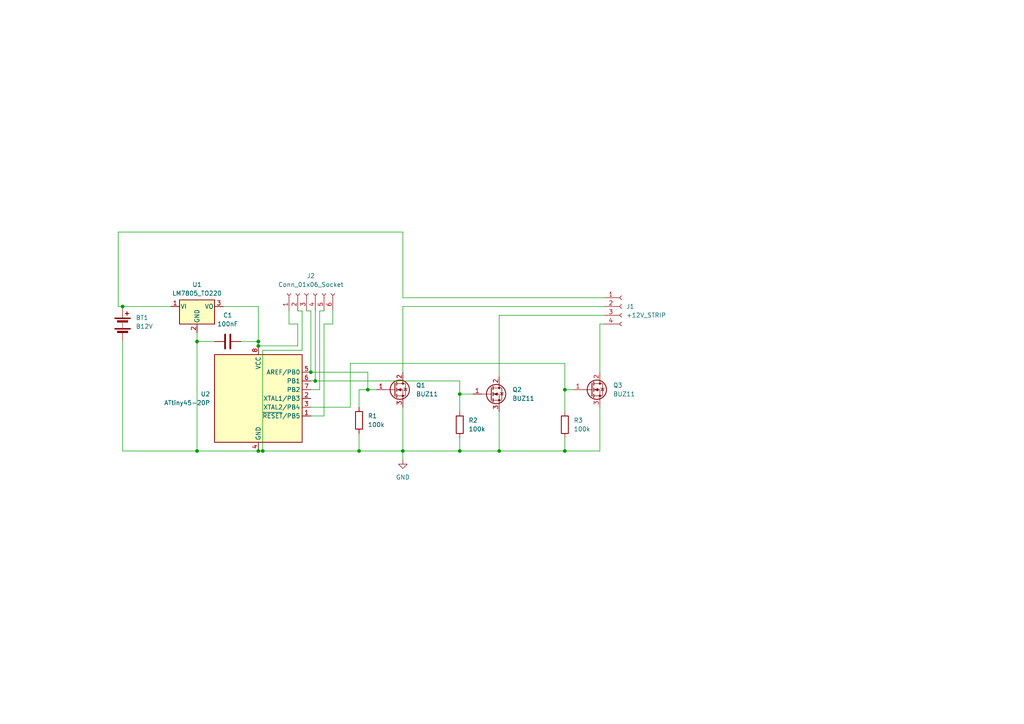
<source format=kicad_sch>
(kicad_sch (version 20230121) (generator eeschema)
  (paper "A4")
  (lib_symbols
    (symbol "Connector:Conn_01x04_Socket" (pin_names (offset 1.016) hide)
      (property "Reference" "J" (at 0 5.08 0))
      (property "Value" "Conn_01x04_Socket" (at 0 -7.62 0))
      (symbol "Conn_01x04_Socket_1_1"
        (arc (start 0 -4.572) (mid -0.5058 -5.08) (end 0 -5.588) (stroke (width 0.1524)))
        (arc (start 0 -2.032) (mid -0.5058 -2.54) (end 0 -3.048) (stroke (width 0.1524)))
        (polyline (pts (xy -1.27 -5.08) (xy -0.508 -5.08)) (stroke (width 0.1524)))
        (polyline (pts (xy -1.27 -2.54) (xy -0.508 -2.54)) (stroke (width 0.1524)))
        (polyline (pts (xy -1.27 0) (xy -0.508 0)) (stroke (width 0.1524)))
        (polyline (pts (xy -1.27 2.54) (xy -0.508 2.54)) (stroke (width 0.1524)))
        (arc (start 0 0.508) (mid -0.5058 0) (end 0 -0.508) (stroke (width 0.1524)))
        (arc (start 0 3.048) (mid -0.5058 2.54) (end 0 2.032) (stroke (width 0.1524)))
        (pin passive line (at -5.08 2.54 0) (length 3.81) (name "Pin_1") (number "1"))
        (pin passive line (at -5.08 0 0) (length 3.81) (name "Pin_2") (number "2"))
        (pin passive line (at -5.08 -2.54 0) (length 3.81) (name "Pin_3") (number "3"))
        (pin passive line (at -5.08 -5.08 0) (length 3.81) (name "Pin_4") (number "4"))
      )
    )
    (symbol "Connector:Conn_01x06_Socket" (pin_names (offset 1.016) hide)
      (property "Reference" "J" (at 0 7.62 0))
      (property "Value" "Conn_01x06_Socket" (at 0 -10.16 0))
      (symbol "Conn_01x06_Socket_1_1"
        (arc (start 0 -7.112) (mid -0.5058 -7.62) (end 0 -8.128) (stroke (width 0.1524)))
        (arc (start 0 -4.572) (mid -0.5058 -5.08) (end 0 -5.588) (stroke (width 0.1524)))
        (arc (start 0 -2.032) (mid -0.5058 -2.54) (end 0 -3.048) (stroke (width 0.1524)))
        (polyline (pts (xy -1.27 -7.62) (xy -0.508 -7.62)) (stroke (width 0.1524)))
        (polyline (pts (xy -1.27 -5.08) (xy -0.508 -5.08)) (stroke (width 0.1524)))
        (polyline (pts (xy -1.27 -2.54) (xy -0.508 -2.54)) (stroke (width 0.1524)))
        (polyline (pts (xy -1.27 0) (xy -0.508 0)) (stroke (width 0.1524)))
        (polyline (pts (xy -1.27 2.54) (xy -0.508 2.54)) (stroke (width 0.1524)))
        (polyline (pts (xy -1.27 5.08) (xy -0.508 5.08)) (stroke (width 0.1524)))
        (arc (start 0 0.508) (mid -0.5058 0) (end 0 -0.508) (stroke (width 0.1524)))
        (arc (start 0 3.048) (mid -0.5058 2.54) (end 0 2.032) (stroke (width 0.1524)))
        (arc (start 0 5.588) (mid -0.5058 5.08) (end 0 4.572) (stroke (width 0.1524)))
        (pin passive line (at -5.08 5.08 0) (length 3.81) (name "Pin_1") (number "1"))
        (pin passive line (at -5.08 2.54 0) (length 3.81) (name "Pin_2") (number "2"))
        (pin passive line (at -5.08 0 0) (length 3.81) (name "Pin_3") (number "3"))
        (pin passive line (at -5.08 -2.54 0) (length 3.81) (name "Pin_4") (number "4"))
        (pin passive line (at -5.08 -5.08 0) (length 3.81) (name "Pin_5") (number "5"))
        (pin passive line (at -5.08 -7.62 0) (length 3.81) (name "Pin_6") (number "6"))
      )
    )
    (symbol "Device:Battery" (pin_numbers hide) (pin_names (offset 0) hide)
      (property "Reference" "BT" (at 2.54 2.54 0))
      (property "Value" "Battery" (at 2.54 0 0))
      (symbol "Battery_0_1"
        (rectangle (start -2.286 -1.27) (end 2.286 -1.524) (fill (type outline)))
        (rectangle (start -2.286 1.778) (end 2.286 1.524) (fill (type outline)))
        (rectangle (start -1.524 -2.032) (end 1.524 -2.54) (fill (type outline)))
        (rectangle (start -1.524 1.016) (end 1.524 0.508) (fill (type outline)))
        (polyline (pts (xy 0 -1.016) (xy 0 -0.762)))
        (polyline (pts (xy 0 -0.508) (xy 0 -0.254)))
        (polyline (pts (xy 0 0) (xy 0 0.254)))
        (polyline (pts (xy 0 1.778) (xy 0 2.54)))
        (polyline (pts (xy 0.762 3.048) (xy 1.778 3.048)) (stroke (width 0.254)))
        (polyline (pts (xy 1.27 3.556) (xy 1.27 2.54)) (stroke (width 0.254)))
      )
      (symbol "Battery_1_1"
        (pin passive line (at 0 5.08 270) (length 2.54) (name "+") (number "1"))
        (pin passive line (at 0 -5.08 90) (length 2.54) (name "-") (number "2"))
      )
    )
    (symbol "Device:C" (pin_numbers hide) (pin_names (offset 0.254))
      (property "Reference" "C" (at 0.635 2.54 0))
      (property "Value" "C" (at 0.635 -2.54 0))
      (symbol "C_0_1"
        (polyline (pts (xy -2.032 -0.762) (xy 2.032 -0.762)) (stroke (width 0.508)))
        (polyline (pts (xy -2.032 0.762) (xy 2.032 0.762)) (stroke (width 0.508)))
      )
      (symbol "C_1_1"
        (pin passive line (at 0 3.81 270) (length 2.794) (name "~") (number "1"))
        (pin passive line (at 0 -3.81 90) (length 2.794) (name "~") (number "2"))
      )
    )
    (symbol "Device:R" (pin_numbers hide) (pin_names (offset 0))
      (property "Reference" "R" (at 2.032 0 90))
      (property "Value" "R" (at 0 0 90))
      (symbol "R_0_1"
        (rectangle (start -1.016 -2.54) (end 1.016 2.54) (stroke (width 0.254)))
      )
      (symbol "R_1_1"
        (pin passive line (at 0 3.81 270) (length 1.27) (name "~") (number "1"))
        (pin passive line (at 0 -3.81 90) (length 1.27) (name "~") (number "2"))
      )
    )
    (symbol "MCU_Microchip_ATtiny:ATtiny45-20P"
      (property "Reference" "U" (at -12.7 13.97 0))
      (property "Value" "ATtiny45-20P" (at 2.54 -13.97 0))
      (symbol "ATtiny45-20P_0_1"
        (rectangle (start -12.7 -12.7) (end 12.7 12.7) (stroke (width 0.254)) (fill (type background)))
      )
      (symbol "ATtiny45-20P_1_1"
        (pin bidirectional line (at 15.24 -5.08 180) (length 2.54) (name "~{RESET}/PB5") (number "1"))
        (pin bidirectional line (at 15.24 0 180) (length 2.54) (name "XTAL1/PB3") (number "2"))
        (pin bidirectional line (at 15.24 -2.54 180) (length 2.54) (name "XTAL2/PB4") (number "3"))
        (pin power_in line (at 0 -15.24 90) (length 2.54) (name "GND") (number "4"))
        (pin bidirectional line (at 15.24 7.62 180) (length 2.54) (name "AREF/PB0") (number "5"))
        (pin bidirectional line (at 15.24 5.08 180) (length 2.54) (name "PB1") (number "6"))
        (pin bidirectional line (at 15.24 2.54 180) (length 2.54) (name "PB2") (number "7"))
        (pin power_in line (at 0 15.24 270) (length 2.54) (name "VCC") (number "8"))
      )
    )
    (symbol "Regulator_Linear:LM7805_TO220" (pin_names (offset 0.254))
      (property "Reference" "U" (at -3.81 3.175 0))
      (property "Value" "LM7805_TO220" (at 0 3.175 0))
      (symbol "LM7805_TO220_0_1"
        (rectangle (start -5.08 1.905) (end 5.08 -5.08) (stroke (width 0.254)) (fill (type background)))
      )
      (symbol "LM7805_TO220_1_1"
        (pin power_in line (at -7.62 0 0) (length 2.54) (name "VI") (number "1"))
        (pin power_in line (at 0 -7.62 90) (length 2.54) (name "GND") (number "2"))
        (pin power_out line (at 7.62 0 180) (length 2.54) (name "VO") (number "3"))
      )
    )
    (symbol "Transistor_FET:BUZ11" (pin_names hide)
      (property "Reference" "Q" (at 6.35 1.905 0))
      (property "Value" "BUZ11" (at 6.35 0 0))
      (symbol "BUZ11_0_1"
        (polyline (pts (xy 0.254 0) (xy -2.54 0)))
        (polyline (pts (xy 0.254 1.905) (xy 0.254 -1.905)) (stroke (width 0.254)))
        (polyline (pts (xy 0.762 -1.27) (xy 0.762 -2.286)) (stroke (width 0.254)))
        (polyline (pts (xy 0.762 0.508) (xy 0.762 -0.508)) (stroke (width 0.254)))
        (polyline (pts (xy 0.762 2.286) (xy 0.762 1.27)) (stroke (width 0.254)))
        (polyline (pts (xy 2.54 2.54) (xy 2.54 1.778)))
        (polyline (pts (xy 2.54 -2.54) (xy 2.54 0) (xy 0.762 0)))
        (polyline (pts (xy 0.762 -1.778) (xy 3.302 -1.778) (xy 3.302 1.778) (xy 0.762 1.778)))
        (polyline (pts (xy 1.016 0) (xy 2.032 0.381) (xy 2.032 -0.381) (xy 1.016 0)) (fill (type outline)))
        (polyline (pts (xy 2.794 0.508) (xy 2.921 0.381) (xy 3.683 0.381) (xy 3.81 0.254)))
        (polyline (pts (xy 3.302 0.381) (xy 2.921 -0.254) (xy 3.683 -0.254) (xy 3.302 0.381)))
        (circle (center 1.651 0) (radius 2.794) (stroke (width 0.254)))
        (circle (center 2.54 -1.778) (radius 0.254) (fill (type outline)))
        (circle (center 2.54 1.778) (radius 0.254) (fill (type outline)))
      )
      (symbol "BUZ11_1_1"
        (pin input line (at -5.08 0 0) (length 2.54) (name "G") (number "1"))
        (pin passive line (at 2.54 5.08 270) (length 2.54) (name "D") (number "2"))
        (pin passive line (at 2.54 -5.08 90) (length 2.54) (name "S") (number "3"))
      )
    )
    (symbol "power:GND" (power) (pin_names (offset 0))
      (property "Value" "GND" (at 0 -3.81 0))
      (symbol "GND_0_1"
        (polyline (pts (xy 0 0) (xy 0 -1.27) (xy 1.27 -1.27) (xy 0 -2.54) (xy -1.27 -1.27) (xy 0 -1.27)))
      )
      (symbol "GND_1_1"
        (pin power_in line (at 0 0 270) (length 0) hide (name "GND") (number "1"))
      )
    )
  )
  (junction (at 144.78 130.81))
  (junction (at 57.15 99.06))
  (junction (at 35.56 88.9))
  (junction (at 90.17 107.95))
  (junction (at 116.84 130.81))
  (junction (at 133.35 114.3))
  (junction (at 133.35 130.81))
  (junction (at 163.83 113.03))
  (junction (at 74.93 130.81))
  (junction (at 74.93 99.06))
  (junction (at 74.93 100.33))
  (junction (at 104.14 130.81))
  (junction (at 91.44 110.49))
  (junction (at 163.83 130.81))
  (junction (at 106.68 113.03))
  (junction (at 76.2 130.81))
  (junction (at 57.15 130.81))
  (wire (pts (xy 86.36 93.98) (xy 86.36 100.33)))
  (wire (pts (xy 173.99 93.98) (xy 173.99 107.95)))
  (wire (pts (xy 116.84 67.31) (xy 34.29 67.31)))
  (wire (pts (xy 116.84 130.81) (xy 116.84 118.11)))
  (wire (pts (xy 104.14 125.73) (xy 104.14 130.81)))
  (wire (pts (xy 90.17 110.49) (xy 91.44 110.49)))
  (wire (pts (xy 34.29 67.31) (xy 34.29 88.9)))
  (wire (pts (xy 163.83 105.41) (xy 163.83 113.03)))
  (wire (pts (xy 133.35 114.3) (xy 137.16 114.3)))
  (wire (pts (xy 133.35 110.49) (xy 133.35 114.3)))
  (wire (pts (xy 90.17 113.03) (xy 92.71 113.03)))
  (wire (pts (xy 64.77 88.9) (xy 74.93 88.9)))
  (wire (pts (xy 86.36 93.98) (xy 83.82 93.98)))
  (wire (pts (xy 87.63 90.17) (xy 87.63 101.6)))
  (wire (pts (xy 133.35 130.81) (xy 144.78 130.81)))
  (wire (pts (xy 92.71 90.17) (xy 92.71 113.03)))
  (wire (pts (xy 163.83 127) (xy 163.83 130.81)))
  (wire (pts (xy 35.56 130.81) (xy 57.15 130.81)))
  (wire (pts (xy 106.68 113.03) (xy 109.22 113.03)))
  (wire (pts (xy 104.14 130.81) (xy 116.84 130.81)))
  (wire (pts (xy 116.84 130.81) (xy 116.84 133.35)))
  (wire (pts (xy 144.78 130.81) (xy 144.78 119.38)))
  (wire (pts (xy 90.17 90.17) (xy 90.17 107.95)))
  (wire (pts (xy 133.35 127) (xy 133.35 130.81)))
  (wire (pts (xy 87.63 90.17) (xy 86.36 90.17)))
  (wire (pts (xy 74.93 99.06) (xy 74.93 100.33)))
  (wire (pts (xy 57.15 130.81) (xy 74.93 130.81)))
  (wire (pts (xy 74.93 88.9) (xy 74.93 99.06)))
  (wire (pts (xy 90.17 107.95) (xy 106.68 107.95)))
  (wire (pts (xy 144.78 130.81) (xy 163.83 130.81)))
  (wire (pts (xy 104.14 113.03) (xy 106.68 113.03)))
  (wire (pts (xy 91.44 90.17) (xy 91.44 110.49)))
  (wire (pts (xy 116.84 88.9) (xy 116.84 107.95)))
  (wire (pts (xy 101.6 105.41) (xy 101.6 118.11)))
  (wire (pts (xy 76.2 101.6) (xy 87.63 101.6)))
  (wire (pts (xy 96.52 93.98) (xy 96.52 90.17)))
  (wire (pts (xy 173.99 130.81) (xy 173.99 118.11)))
  (wire (pts (xy 83.82 93.98) (xy 83.82 90.17)))
  (wire (pts (xy 93.98 93.98) (xy 93.98 120.65)))
  (wire (pts (xy 106.68 113.03) (xy 106.68 107.95)))
  (wire (pts (xy 116.84 86.36) (xy 116.84 67.31)))
  (wire (pts (xy 101.6 105.41) (xy 163.83 105.41)))
  (wire (pts (xy 163.83 130.81) (xy 173.99 130.81)))
  (wire (pts (xy 74.93 130.81) (xy 76.2 130.81)))
  (wire (pts (xy 91.44 110.49) (xy 133.35 110.49)))
  (wire (pts (xy 57.15 96.52) (xy 57.15 99.06)))
  (wire (pts (xy 35.56 88.9) (xy 49.53 88.9)))
  (wire (pts (xy 116.84 130.81) (xy 133.35 130.81)))
  (wire (pts (xy 90.17 90.17) (xy 88.9 90.17)))
  (wire (pts (xy 175.26 93.98) (xy 173.99 93.98)))
  (wire (pts (xy 163.83 113.03) (xy 166.37 113.03)))
  (wire (pts (xy 175.26 88.9) (xy 116.84 88.9)))
  (wire (pts (xy 175.26 91.44) (xy 144.78 91.44)))
  (wire (pts (xy 144.78 91.44) (xy 144.78 109.22)))
  (wire (pts (xy 163.83 113.03) (xy 163.83 119.38)))
  (wire (pts (xy 74.93 100.33) (xy 86.36 100.33)))
  (wire (pts (xy 76.2 130.81) (xy 76.2 101.6)))
  (wire (pts (xy 90.17 118.11) (xy 101.6 118.11)))
  (wire (pts (xy 90.17 120.65) (xy 93.98 120.65)))
  (wire (pts (xy 133.35 114.3) (xy 133.35 119.38)))
  (wire (pts (xy 34.29 88.9) (xy 35.56 88.9)))
  (wire (pts (xy 57.15 99.06) (xy 57.15 130.81)))
  (wire (pts (xy 104.14 113.03) (xy 104.14 118.11)))
  (wire (pts (xy 93.98 93.98) (xy 96.52 93.98)))
  (wire (pts (xy 92.71 90.17) (xy 93.98 90.17)))
  (wire (pts (xy 69.85 99.06) (xy 74.93 99.06)))
  (wire (pts (xy 76.2 130.81) (xy 104.14 130.81)))
  (wire (pts (xy 175.26 86.36) (xy 116.84 86.36)))
  (wire (pts (xy 57.15 99.06) (xy 62.23 99.06)))
  (wire (pts (xy 35.56 99.06) (xy 35.56 130.81)))
  (symbol (lib_id "Regulator_Linear:LM7805_TO220") (at 57.15 88.9 0) (unit 1)
    (property "Reference" "U1" (at 57.15 82.55 0))
    (property "Value" "LM7805_TO220" (at 57.15 85.09 0))
    (property "Footprint" "Package_TO_SOT_THT:TO-220-3_Vertical" (effects hide))
    (property "Datasheet" "https://www.onsemi.cn/PowerSolutions/document/MC7800-D.PDF" (effects hide))
  )
  (symbol (lib_id "Transistor_FET:BUZ11") (at 114.3 113.03 0) (unit 1)
    (property "Reference" "Q1" (at 120.65 111.76 0) (effects (justify left)))
    (property "Value" "BUZ11" (at 120.65 114.3 0) (effects (justify left)))
    (property "Footprint" "Package_TO_SOT_THT:TO-220-3_Vertical" (effects hide))
    (property "Datasheet" "https://media.digikey.com/pdf/Data%20Sheets/Fairchild%20PDFs/BUZ11.pdf" (effects hide))
  )
  (symbol (lib_id "Device:R") (at 133.35 123.19 0) (unit 1)
    (property "Reference" "R2" (at 135.89 121.92 0) (effects (justify left)))
    (property "Value" "100k" (at 135.89 124.46 0) (effects (justify left)))
    (property "Footprint" "Resistor_THT:R_Axial_DIN0204_L3.6mm_D1.6mm_P7.62mm_Horizontal" (effects hide))
  )
  (symbol (lib_id "Device:R") (at 163.83 123.19 0) (unit 1)
    (property "Reference" "R3" (at 166.37 121.92 0) (effects (justify left)))
    (property "Value" "100k" (at 166.37 124.46 0) (effects (justify left)))
    (property "Footprint" "Resistor_THT:R_Axial_DIN0204_L3.6mm_D1.6mm_P7.62mm_Horizontal" (effects hide))
  )
  (symbol (lib_id "Connector:Conn_01x04_Socket") (at 180.34 88.9 0) (unit 1)
    (property "Reference" "J1" (at 181.61 88.9 0) (effects (justify left)))
    (property "Value" "+12V_STRIP" (at 181.61 91.44 0) (effects (justify left)))
    (property "Footprint" "TerminalBlock_TE-Connectivity:TerminalBlock_TE_282834-4_1x04_P2.54mm_Horizontal" (effects hide))
  )
  (symbol (lib_id "Device:C") (at 66.04 99.06 90) (unit 1)
    (property "Reference" "C1" (at 66.04 91.44 90))
    (property "Value" "100nF" (at 66.04 93.98 90))
    (property "Footprint" "Capacitor_THT:CP_Radial_D5.0mm_P2.00mm" (effects hide))
  )
  (symbol (lib_id "Device:R") (at 104.14 121.92 0) (unit 1)
    (property "Reference" "R1" (at 106.68 120.65 0) (effects (justify left)))
    (property "Value" "100k" (at 106.68 123.19 0) (effects (justify left)))
    (property "Footprint" "Resistor_THT:R_Axial_DIN0204_L3.6mm_D1.6mm_P7.62mm_Horizontal" (effects hide))
  )
  (symbol (lib_id "Transistor_FET:BUZ11") (at 171.45 113.03 0) (unit 1)
    (property "Reference" "Q3" (at 177.8 111.76 0) (effects (justify left)))
    (property "Value" "BUZ11" (at 177.8 114.3 0) (effects (justify left)))
    (property "Footprint" "Package_TO_SOT_THT:TO-220-3_Vertical" (effects hide))
    (property "Datasheet" "https://media.digikey.com/pdf/Data%20Sheets/Fairchild%20PDFs/BUZ11.pdf" (effects hide))
  )
  (symbol (lib_id "Transistor_FET:BUZ11") (at 142.24 114.3 0) (unit 1)
    (property "Reference" "Q2" (at 148.59 113.03 0) (effects (justify left)))
    (property "Value" "BUZ11" (at 148.59 115.57 0) (effects (justify left)))
    (property "Footprint" "Package_TO_SOT_THT:TO-220-3_Vertical" (effects hide))
    (property "Datasheet" "https://media.digikey.com/pdf/Data%20Sheets/Fairchild%20PDFs/BUZ11.pdf" (effects hide))
  )
  (symbol (lib_id "power:GND") (at 116.84 133.35 0) (unit 1)
    (property "Reference" "#PWR01" (effects hide))
    (property "Value" "GND" (at 116.84 138.43 0))
  )
  (symbol (lib_id "MCU_Microchip_ATtiny:ATtiny45-20P") (at 74.93 115.57 0) (unit 1)
    (property "Reference" "U2" (at 60.96 114.3 0) (effects (justify right)))
    (property "Value" "ATtiny45-20P" (at 60.96 116.84 0) (effects (justify right)))
    (property "Footprint" "Package_DIP:DIP-8_W7.62mm" (effects hide))
    (property "Datasheet" "http://ww1.microchip.com/downloads/en/DeviceDoc/atmel-2586-avr-8-bit-microcontroller-attiny25-attiny45-attiny85_datasheet.pdf" (effects hide))
  )
  (symbol (lib_id "Connector:Conn_01x06_Socket") (at 88.9 85.09 90) (unit 1)
    (property "Reference" "J2" (at 90.17 80.01 90))
    (property "Value" "Conn_01x06_Socket" (at 90.17 82.55 90))
    (property "Footprint" "Connector_PinHeader_2.54mm:PinHeader_1x06_P2.54mm_Vertical" (effects hide))
  )
  (symbol (lib_id "Device:Battery") (at 35.56 93.98 0) (unit 1)
    (property "Reference" "BT1" (at 39.37 92.1385 0) (effects (justify left)))
    (property "Value" "B12V" (at 39.37 94.6785 0) (effects (justify left)))
    (property "Footprint" "TerminalBlock:TerminalBlock_Altech_AK300-2_P5.00mm" (effects hide))
  )
)
</source>
